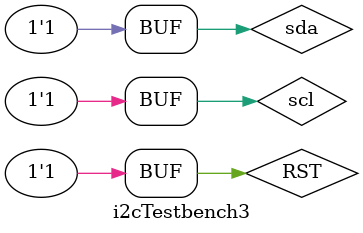
<source format=v>

module i2c_raw(reset, scl, sda, out);
	input reset, scl, sda;
	output reg[64:0] out;
	parameter s1 = "s1", s2 = "s2", s3 = "s3", s4 = "s4", s5 = "s5", s6 = "s6", s7 = "s7", s8 = "s8", s9 = "s9", s10 = "s10", s11 = "s11", s12 = "s12", s13 = "s13", s14 = "s14", s15 = "s15", s16 = "s16", s17 = "s17", s18 = "s18", s19 = "s19", s20 = "s20", s21 = "s21", s22 = "s22", s23 = "s23", s24 = "s24", s25 = "s25", s26 = "s26", s27 = "s27", s28 = "s28", s29 = "s29", s30 = "s30", s31 = "s31", s32 = "s32", s33 = "s33", s34 = "s34", s35 = "s35", s36 = "s36", s37 = "s37", s38 = "s38", s39 = "s39", s40 = "s40", s41 = "s41", s42 = "s42", s43 = "s43", s44 = "s44", s45 = "s45", s46 = "s46", s47 = "s47", s48 = "s48", s49 = "s49", s50 = "s50", s51 = "s51", s52 = "s52", s53 = "s53", s54 = "s54", s55 = "s55", s56 = "s56", s57 = "s57", s58 = "s58", s59 = "s59", s60 = "s60", s61 = "s61", s62 = "s62", s63 = "s63", s64 = "s64", s65 = "s65", s66 = "s66", s67 = "s67", s68 = "s68", s69 = "s69", s70 = "s70", s71 = "s71", s72 = "s72", s73 = "s73", s74 = "s74", s75 = "s75", s76 = "s76", s77 = "s77", s78 = "s78", s79 = "s79", s80 = "s80", s81 = "s81", s82 = "s82", s83 = "s83", s84 = "s84", s85 = "s85", s86 = "s86", s87 = "s87", s88 = "s88", s89 = "s89", s90 = "s90", s91 = "s91", s92 = "s92", s93 = "s93", s94 = "s94", s95 = "s95", s96 = "s96", s97 = "s97", s98 = "s98", s99 = "s99", s100 = "s100", s101 = "s101";
	reg[64:0] state, nextState;
	reg[128:0] label;

	always @(*) begin
		if(reset) begin
			state <= s1;
		end
		else begin
			state <= nextState;
		end
	end

	always @(scl, sda) begin
		case(state)
		s1 : begin
			out <= s1;
			label <= 1'bx;
			if(sda == 0 && scl == 1) nextState <= s2;
			else nextState <= s1;
		end
		s2 : begin
			out <= s2;
			if(sda == 1 && scl == 0) nextState <= s3;
			else if(sda == 0 && scl == 1) nextState <= s2;
			else nextState <= s1;
		end
		s3 : begin
			out <= s3;
			if(sda == 0 && scl == 0) nextState <= s4;
			else if(sda == 1) nextState <= s3;
			else nextState <= s1;
		end
		s4 : begin
			out <= s4;
			if(sda == 0 && scl == 0) nextState <= s5;
			else if(sda == 0) nextState <= s4;
			else nextState <= s1;
		end
		s5 : begin
			out <= s5;
			if(sda == 0 && scl == 0) nextState <= s6;
			else if(sda == 0) nextState <= s5;
			else nextState <= s1;
		end
		s6 : begin
			out <= s6;
			if(sda == 1 && scl == 0) nextState <= s7;
			else if(sda == 0) nextState <= s6;
			else nextState <= s1;
		end
		s7 : begin
			out <= s7;
			if(sda == 1 && scl == 0) nextState <= s8;
			else if(sda == 1) nextState <= s7;
			else nextState <= s1;
		end
		s8 : begin
			out <= s8;
			if(sda == 0 && scl == 0) nextState <= s9;
			else if(sda == 1) nextState <= s8;
			else nextState <= s1;
		end
		s9 : begin
			out <= s9;
			if(sda == 1 && scl == 0) nextState <= s10;
			else if(sda == 0) nextState <= s9;
			else nextState <= s1;
		end
		s10 : begin
		end
		endcase
	end
endmodule

module i2cTestbench3;
	reg RST, CLK;
	reg sda, scl;
	wire[64:0] out;

	i2c_raw f(RST, scl, sda, out);
	always begin
		scl <= 0;
		#5;
		scl <= 1;
		#5;
	end

	initial begin
		RST <= 1;
#5
RST <= 0;
sda <= 0;
#5
sda <= 1;
#10
sda <= 0;
#30
sda <= 1;
#20
sda <= 0;
#10
sda <= 1;
#50
RST <= 1;
	end
endmodule
	
</source>
